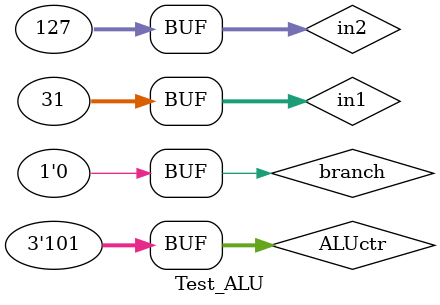
<source format=v>
`timescale 1ns / 1ps


module Test_ALU;

	// Inputs
	reg [31:0] in1;
	reg [31:0] in2;
	reg [2:0] ALUctr;
	reg branch;

	// Outputs
	wire [31:0] out;
	wire [3:0] flag;

	// Instantiate the Unit Under Test (UUT)
	ALU uut (
		.in1(in1), 
		.in2(in2), 
		.ALUctr(ALUctr), 
		.branch(branch), 
		.out(out), 
		.flag(flag)
	);

	initial begin
		// Initialize Inputs
		in1 = 10;
		in2 = 12;
		ALUctr = 3'b001; //ADD
		branch = 0;
	
		// Wait 100 ns for global reset to finish
		#100;
        
		in1 = 31;
		in2 = 127;
		ALUctr = 3'b100; //XOR
		branch = 0;
	
		// Wait 100 ns for global reset to finish
		#100;
        
		in1 = 31;
		in2 = 127;
		ALUctr = 3'b101; //shllv
		branch = 0;
	
		// Wait 100 ns for global reset to finish
		#100;
           
	end
      
endmodule


</source>
